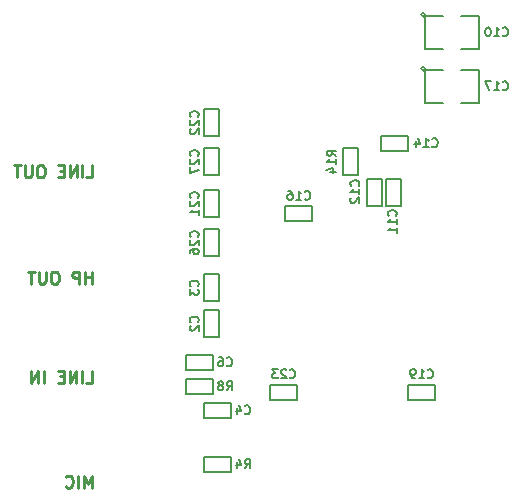
<source format=gbo>
G04 (created by PCBNEW (2013-07-07 BZR 4022)-stable) date 16-12-2015 04:21:19 PM*
%MOIN*%
G04 Gerber Fmt 3.4, Leading zero omitted, Abs format*
%FSLAX34Y34*%
G01*
G70*
G90*
G04 APERTURE LIST*
%ADD10C,0.00590551*%
%ADD11C,0.01*%
%ADD12C,0.005*%
%ADD13C,0.0075*%
G04 APERTURE END LIST*
G54D10*
G54D11*
X37779Y-51836D02*
X37779Y-51436D01*
X37646Y-51722D01*
X37513Y-51436D01*
X37513Y-51836D01*
X37322Y-51836D02*
X37322Y-51436D01*
X36903Y-51798D02*
X36922Y-51817D01*
X36979Y-51836D01*
X37017Y-51836D01*
X37074Y-51817D01*
X37113Y-51779D01*
X37132Y-51741D01*
X37151Y-51665D01*
X37151Y-51608D01*
X37132Y-51532D01*
X37113Y-51494D01*
X37074Y-51455D01*
X37017Y-51436D01*
X36979Y-51436D01*
X36922Y-51455D01*
X36903Y-51475D01*
X37589Y-48336D02*
X37779Y-48336D01*
X37779Y-47936D01*
X37455Y-48336D02*
X37455Y-47936D01*
X37265Y-48336D02*
X37265Y-47936D01*
X37036Y-48336D01*
X37036Y-47936D01*
X36846Y-48127D02*
X36713Y-48127D01*
X36655Y-48336D02*
X36846Y-48336D01*
X36846Y-47936D01*
X36655Y-47936D01*
X36179Y-48336D02*
X36179Y-47936D01*
X35989Y-48336D02*
X35989Y-47936D01*
X35760Y-48336D01*
X35760Y-47936D01*
X37779Y-45036D02*
X37779Y-44636D01*
X37779Y-44827D02*
X37551Y-44827D01*
X37551Y-45036D02*
X37551Y-44636D01*
X37360Y-45036D02*
X37360Y-44636D01*
X37208Y-44636D01*
X37170Y-44655D01*
X37151Y-44675D01*
X37132Y-44713D01*
X37132Y-44770D01*
X37151Y-44808D01*
X37170Y-44827D01*
X37208Y-44846D01*
X37360Y-44846D01*
X36579Y-44636D02*
X36503Y-44636D01*
X36465Y-44655D01*
X36427Y-44694D01*
X36408Y-44770D01*
X36408Y-44903D01*
X36427Y-44979D01*
X36465Y-45017D01*
X36503Y-45036D01*
X36579Y-45036D01*
X36617Y-45017D01*
X36655Y-44979D01*
X36675Y-44903D01*
X36675Y-44770D01*
X36655Y-44694D01*
X36617Y-44655D01*
X36579Y-44636D01*
X36236Y-44636D02*
X36236Y-44960D01*
X36217Y-44998D01*
X36198Y-45017D01*
X36160Y-45036D01*
X36084Y-45036D01*
X36046Y-45017D01*
X36027Y-44998D01*
X36008Y-44960D01*
X36008Y-44636D01*
X35875Y-44636D02*
X35646Y-44636D01*
X35760Y-45036D02*
X35760Y-44636D01*
X37599Y-41496D02*
X37789Y-41496D01*
X37789Y-41096D01*
X37465Y-41496D02*
X37465Y-41096D01*
X37275Y-41496D02*
X37275Y-41096D01*
X37046Y-41496D01*
X37046Y-41096D01*
X36856Y-41287D02*
X36723Y-41287D01*
X36665Y-41496D02*
X36856Y-41496D01*
X36856Y-41096D01*
X36665Y-41096D01*
X36113Y-41096D02*
X36037Y-41096D01*
X35999Y-41115D01*
X35961Y-41154D01*
X35942Y-41230D01*
X35942Y-41363D01*
X35961Y-41439D01*
X35999Y-41477D01*
X36037Y-41496D01*
X36113Y-41496D01*
X36151Y-41477D01*
X36189Y-41439D01*
X36208Y-41363D01*
X36208Y-41230D01*
X36189Y-41154D01*
X36151Y-41115D01*
X36113Y-41096D01*
X35770Y-41096D02*
X35770Y-41420D01*
X35751Y-41458D01*
X35732Y-41477D01*
X35694Y-41496D01*
X35618Y-41496D01*
X35580Y-41477D01*
X35561Y-41458D01*
X35542Y-41420D01*
X35542Y-41096D01*
X35408Y-41096D02*
X35180Y-41096D01*
X35294Y-41496D02*
X35294Y-41096D01*
G54D12*
X41525Y-39225D02*
X41525Y-40125D01*
X41525Y-40125D02*
X42025Y-40125D01*
X42025Y-40125D02*
X42025Y-39225D01*
X42025Y-39225D02*
X41525Y-39225D01*
X45130Y-42435D02*
X44230Y-42435D01*
X44230Y-42435D02*
X44230Y-42935D01*
X44230Y-42935D02*
X45130Y-42935D01*
X45130Y-42935D02*
X45130Y-42435D01*
X42025Y-44125D02*
X42025Y-43225D01*
X42025Y-43225D02*
X41525Y-43225D01*
X41525Y-43225D02*
X41525Y-44125D01*
X41525Y-44125D02*
X42025Y-44125D01*
X41525Y-41925D02*
X41525Y-42825D01*
X41525Y-42825D02*
X42025Y-42825D01*
X42025Y-42825D02*
X42025Y-41925D01*
X42025Y-41925D02*
X41525Y-41925D01*
X42025Y-41425D02*
X42025Y-40525D01*
X42025Y-40525D02*
X41525Y-40525D01*
X41525Y-40525D02*
X41525Y-41425D01*
X41525Y-41425D02*
X42025Y-41425D01*
X44625Y-48425D02*
X43725Y-48425D01*
X43725Y-48425D02*
X43725Y-48925D01*
X43725Y-48925D02*
X44625Y-48925D01*
X44625Y-48925D02*
X44625Y-48425D01*
X42425Y-50825D02*
X41525Y-50825D01*
X41525Y-50825D02*
X41525Y-51325D01*
X41525Y-51325D02*
X42425Y-51325D01*
X42425Y-51325D02*
X42425Y-50825D01*
X41825Y-48225D02*
X40925Y-48225D01*
X40925Y-48225D02*
X40925Y-48725D01*
X40925Y-48725D02*
X41825Y-48725D01*
X41825Y-48725D02*
X41825Y-48225D01*
X41525Y-49525D02*
X42425Y-49525D01*
X42425Y-49525D02*
X42425Y-49025D01*
X42425Y-49025D02*
X41525Y-49025D01*
X41525Y-49025D02*
X41525Y-49525D01*
X41825Y-47425D02*
X40925Y-47425D01*
X40925Y-47425D02*
X40925Y-47925D01*
X40925Y-47925D02*
X41825Y-47925D01*
X41825Y-47925D02*
X41825Y-47425D01*
X41525Y-44725D02*
X41525Y-45625D01*
X41525Y-45625D02*
X42025Y-45625D01*
X42025Y-45625D02*
X42025Y-44725D01*
X42025Y-44725D02*
X41525Y-44725D01*
X42025Y-46825D02*
X42025Y-45925D01*
X42025Y-45925D02*
X41525Y-45925D01*
X41525Y-45925D02*
X41525Y-46825D01*
X41525Y-46825D02*
X42025Y-46825D01*
X46940Y-41541D02*
X46940Y-42441D01*
X46940Y-42441D02*
X47440Y-42441D01*
X47440Y-42441D02*
X47440Y-41541D01*
X47440Y-41541D02*
X46940Y-41541D01*
X47594Y-41542D02*
X47594Y-42442D01*
X47594Y-42442D02*
X48094Y-42442D01*
X48094Y-42442D02*
X48094Y-41542D01*
X48094Y-41542D02*
X47594Y-41542D01*
X46658Y-41425D02*
X46658Y-40525D01*
X46658Y-40525D02*
X46158Y-40525D01*
X46158Y-40525D02*
X46158Y-41425D01*
X46158Y-41425D02*
X46658Y-41425D01*
X47425Y-40625D02*
X48325Y-40625D01*
X48325Y-40625D02*
X48325Y-40125D01*
X48325Y-40125D02*
X47425Y-40125D01*
X47425Y-40125D02*
X47425Y-40625D01*
X48325Y-48925D02*
X49225Y-48925D01*
X49225Y-48925D02*
X49225Y-48425D01*
X49225Y-48425D02*
X48325Y-48425D01*
X48325Y-48425D02*
X48325Y-48925D01*
X48895Y-36075D02*
G75*
G03X48895Y-36075I-70J0D01*
G74*
G01*
X49475Y-37225D02*
X48875Y-37225D01*
X48875Y-37225D02*
X48875Y-36125D01*
X48875Y-36125D02*
X49475Y-36125D01*
X50075Y-36125D02*
X50675Y-36125D01*
X50675Y-36125D02*
X50675Y-37225D01*
X50675Y-37225D02*
X50075Y-37225D01*
X48895Y-37875D02*
G75*
G03X48895Y-37875I-70J0D01*
G74*
G01*
X49475Y-39025D02*
X48875Y-39025D01*
X48875Y-39025D02*
X48875Y-37925D01*
X48875Y-37925D02*
X49475Y-37925D01*
X50075Y-37925D02*
X50675Y-37925D01*
X50675Y-37925D02*
X50675Y-39025D01*
X50675Y-39025D02*
X50075Y-39025D01*
G54D13*
X41317Y-39482D02*
X41332Y-39467D01*
X41346Y-39425D01*
X41346Y-39396D01*
X41332Y-39353D01*
X41303Y-39325D01*
X41275Y-39310D01*
X41217Y-39296D01*
X41175Y-39296D01*
X41117Y-39310D01*
X41089Y-39325D01*
X41060Y-39353D01*
X41046Y-39396D01*
X41046Y-39425D01*
X41060Y-39467D01*
X41075Y-39482D01*
X41075Y-39596D02*
X41060Y-39610D01*
X41046Y-39639D01*
X41046Y-39710D01*
X41060Y-39739D01*
X41075Y-39753D01*
X41103Y-39767D01*
X41132Y-39767D01*
X41175Y-39753D01*
X41346Y-39582D01*
X41346Y-39767D01*
X41075Y-39882D02*
X41060Y-39896D01*
X41046Y-39925D01*
X41046Y-39996D01*
X41060Y-40025D01*
X41075Y-40039D01*
X41103Y-40053D01*
X41132Y-40053D01*
X41175Y-40039D01*
X41346Y-39867D01*
X41346Y-40053D01*
X44867Y-42217D02*
X44882Y-42232D01*
X44925Y-42246D01*
X44953Y-42246D01*
X44996Y-42232D01*
X45025Y-42203D01*
X45039Y-42175D01*
X45053Y-42117D01*
X45053Y-42075D01*
X45039Y-42017D01*
X45025Y-41989D01*
X44996Y-41960D01*
X44953Y-41946D01*
X44925Y-41946D01*
X44882Y-41960D01*
X44867Y-41975D01*
X44582Y-42246D02*
X44753Y-42246D01*
X44667Y-42246D02*
X44667Y-41946D01*
X44696Y-41989D01*
X44725Y-42017D01*
X44753Y-42032D01*
X44325Y-41946D02*
X44382Y-41946D01*
X44410Y-41960D01*
X44425Y-41975D01*
X44453Y-42017D01*
X44467Y-42075D01*
X44467Y-42189D01*
X44453Y-42217D01*
X44439Y-42232D01*
X44410Y-42246D01*
X44353Y-42246D01*
X44325Y-42232D01*
X44310Y-42217D01*
X44296Y-42189D01*
X44296Y-42117D01*
X44310Y-42089D01*
X44325Y-42075D01*
X44353Y-42060D01*
X44410Y-42060D01*
X44439Y-42075D01*
X44453Y-42089D01*
X44467Y-42117D01*
X41317Y-43482D02*
X41332Y-43467D01*
X41346Y-43425D01*
X41346Y-43396D01*
X41332Y-43353D01*
X41303Y-43325D01*
X41275Y-43310D01*
X41217Y-43296D01*
X41175Y-43296D01*
X41117Y-43310D01*
X41089Y-43325D01*
X41060Y-43353D01*
X41046Y-43396D01*
X41046Y-43425D01*
X41060Y-43467D01*
X41075Y-43482D01*
X41075Y-43596D02*
X41060Y-43610D01*
X41046Y-43639D01*
X41046Y-43710D01*
X41060Y-43739D01*
X41075Y-43753D01*
X41103Y-43767D01*
X41132Y-43767D01*
X41175Y-43753D01*
X41346Y-43582D01*
X41346Y-43767D01*
X41046Y-44025D02*
X41046Y-43967D01*
X41060Y-43939D01*
X41075Y-43925D01*
X41117Y-43896D01*
X41175Y-43882D01*
X41289Y-43882D01*
X41317Y-43896D01*
X41332Y-43910D01*
X41346Y-43939D01*
X41346Y-43996D01*
X41332Y-44025D01*
X41317Y-44039D01*
X41289Y-44053D01*
X41217Y-44053D01*
X41189Y-44039D01*
X41175Y-44025D01*
X41160Y-43996D01*
X41160Y-43939D01*
X41175Y-43910D01*
X41189Y-43896D01*
X41217Y-43882D01*
X41317Y-42182D02*
X41332Y-42167D01*
X41346Y-42125D01*
X41346Y-42096D01*
X41332Y-42053D01*
X41303Y-42025D01*
X41275Y-42010D01*
X41217Y-41996D01*
X41175Y-41996D01*
X41117Y-42010D01*
X41089Y-42025D01*
X41060Y-42053D01*
X41046Y-42096D01*
X41046Y-42125D01*
X41060Y-42167D01*
X41075Y-42182D01*
X41075Y-42296D02*
X41060Y-42310D01*
X41046Y-42339D01*
X41046Y-42410D01*
X41060Y-42439D01*
X41075Y-42453D01*
X41103Y-42467D01*
X41132Y-42467D01*
X41175Y-42453D01*
X41346Y-42282D01*
X41346Y-42467D01*
X41346Y-42753D02*
X41346Y-42582D01*
X41346Y-42667D02*
X41046Y-42667D01*
X41089Y-42639D01*
X41117Y-42610D01*
X41132Y-42582D01*
X41317Y-40782D02*
X41332Y-40767D01*
X41346Y-40725D01*
X41346Y-40696D01*
X41332Y-40653D01*
X41303Y-40625D01*
X41275Y-40610D01*
X41217Y-40596D01*
X41175Y-40596D01*
X41117Y-40610D01*
X41089Y-40625D01*
X41060Y-40653D01*
X41046Y-40696D01*
X41046Y-40725D01*
X41060Y-40767D01*
X41075Y-40782D01*
X41075Y-40896D02*
X41060Y-40910D01*
X41046Y-40939D01*
X41046Y-41010D01*
X41060Y-41039D01*
X41075Y-41053D01*
X41103Y-41067D01*
X41132Y-41067D01*
X41175Y-41053D01*
X41346Y-40882D01*
X41346Y-41067D01*
X41046Y-41167D02*
X41046Y-41367D01*
X41346Y-41239D01*
X44367Y-48167D02*
X44382Y-48182D01*
X44425Y-48196D01*
X44453Y-48196D01*
X44496Y-48182D01*
X44525Y-48153D01*
X44539Y-48125D01*
X44553Y-48067D01*
X44553Y-48025D01*
X44539Y-47967D01*
X44525Y-47939D01*
X44496Y-47910D01*
X44453Y-47896D01*
X44425Y-47896D01*
X44382Y-47910D01*
X44367Y-47925D01*
X44253Y-47925D02*
X44239Y-47910D01*
X44210Y-47896D01*
X44139Y-47896D01*
X44110Y-47910D01*
X44096Y-47925D01*
X44082Y-47953D01*
X44082Y-47982D01*
X44096Y-48025D01*
X44267Y-48196D01*
X44082Y-48196D01*
X43982Y-47896D02*
X43796Y-47896D01*
X43896Y-48010D01*
X43853Y-48010D01*
X43825Y-48025D01*
X43810Y-48039D01*
X43796Y-48067D01*
X43796Y-48139D01*
X43810Y-48167D01*
X43825Y-48182D01*
X43853Y-48196D01*
X43939Y-48196D01*
X43967Y-48182D01*
X43982Y-48167D01*
X42875Y-51196D02*
X42975Y-51053D01*
X43046Y-51196D02*
X43046Y-50896D01*
X42932Y-50896D01*
X42903Y-50910D01*
X42889Y-50925D01*
X42875Y-50953D01*
X42875Y-50996D01*
X42889Y-51025D01*
X42903Y-51039D01*
X42932Y-51053D01*
X43046Y-51053D01*
X42617Y-50996D02*
X42617Y-51196D01*
X42689Y-50882D02*
X42760Y-51096D01*
X42575Y-51096D01*
X42275Y-48596D02*
X42375Y-48453D01*
X42446Y-48596D02*
X42446Y-48296D01*
X42332Y-48296D01*
X42303Y-48310D01*
X42289Y-48325D01*
X42275Y-48353D01*
X42275Y-48396D01*
X42289Y-48425D01*
X42303Y-48439D01*
X42332Y-48453D01*
X42446Y-48453D01*
X42103Y-48425D02*
X42132Y-48410D01*
X42146Y-48396D01*
X42160Y-48367D01*
X42160Y-48353D01*
X42146Y-48325D01*
X42132Y-48310D01*
X42103Y-48296D01*
X42046Y-48296D01*
X42017Y-48310D01*
X42003Y-48325D01*
X41989Y-48353D01*
X41989Y-48367D01*
X42003Y-48396D01*
X42017Y-48410D01*
X42046Y-48425D01*
X42103Y-48425D01*
X42132Y-48439D01*
X42146Y-48453D01*
X42160Y-48482D01*
X42160Y-48539D01*
X42146Y-48567D01*
X42132Y-48582D01*
X42103Y-48596D01*
X42046Y-48596D01*
X42017Y-48582D01*
X42003Y-48567D01*
X41989Y-48539D01*
X41989Y-48482D01*
X42003Y-48453D01*
X42017Y-48439D01*
X42046Y-48425D01*
X42875Y-49367D02*
X42889Y-49382D01*
X42932Y-49396D01*
X42960Y-49396D01*
X43003Y-49382D01*
X43032Y-49353D01*
X43046Y-49325D01*
X43060Y-49267D01*
X43060Y-49225D01*
X43046Y-49167D01*
X43032Y-49139D01*
X43003Y-49110D01*
X42960Y-49096D01*
X42932Y-49096D01*
X42889Y-49110D01*
X42875Y-49125D01*
X42617Y-49196D02*
X42617Y-49396D01*
X42689Y-49082D02*
X42760Y-49296D01*
X42575Y-49296D01*
X42275Y-47767D02*
X42289Y-47782D01*
X42332Y-47796D01*
X42360Y-47796D01*
X42403Y-47782D01*
X42432Y-47753D01*
X42446Y-47725D01*
X42460Y-47667D01*
X42460Y-47625D01*
X42446Y-47567D01*
X42432Y-47539D01*
X42403Y-47510D01*
X42360Y-47496D01*
X42332Y-47496D01*
X42289Y-47510D01*
X42275Y-47525D01*
X42017Y-47496D02*
X42075Y-47496D01*
X42103Y-47510D01*
X42117Y-47525D01*
X42146Y-47567D01*
X42160Y-47625D01*
X42160Y-47739D01*
X42146Y-47767D01*
X42132Y-47782D01*
X42103Y-47796D01*
X42046Y-47796D01*
X42017Y-47782D01*
X42003Y-47767D01*
X41989Y-47739D01*
X41989Y-47667D01*
X42003Y-47639D01*
X42017Y-47625D01*
X42046Y-47610D01*
X42103Y-47610D01*
X42132Y-47625D01*
X42146Y-47639D01*
X42160Y-47667D01*
X41317Y-45125D02*
X41332Y-45110D01*
X41346Y-45067D01*
X41346Y-45039D01*
X41332Y-44996D01*
X41303Y-44967D01*
X41275Y-44953D01*
X41217Y-44939D01*
X41175Y-44939D01*
X41117Y-44953D01*
X41089Y-44967D01*
X41060Y-44996D01*
X41046Y-45039D01*
X41046Y-45067D01*
X41060Y-45110D01*
X41075Y-45125D01*
X41046Y-45225D02*
X41046Y-45410D01*
X41160Y-45310D01*
X41160Y-45353D01*
X41175Y-45382D01*
X41189Y-45396D01*
X41217Y-45410D01*
X41289Y-45410D01*
X41317Y-45396D01*
X41332Y-45382D01*
X41346Y-45353D01*
X41346Y-45267D01*
X41332Y-45239D01*
X41317Y-45225D01*
X41317Y-46325D02*
X41332Y-46310D01*
X41346Y-46267D01*
X41346Y-46239D01*
X41332Y-46196D01*
X41303Y-46167D01*
X41275Y-46153D01*
X41217Y-46139D01*
X41175Y-46139D01*
X41117Y-46153D01*
X41089Y-46167D01*
X41060Y-46196D01*
X41046Y-46239D01*
X41046Y-46267D01*
X41060Y-46310D01*
X41075Y-46325D01*
X41075Y-46439D02*
X41060Y-46453D01*
X41046Y-46482D01*
X41046Y-46553D01*
X41060Y-46582D01*
X41075Y-46596D01*
X41103Y-46610D01*
X41132Y-46610D01*
X41175Y-46596D01*
X41346Y-46425D01*
X41346Y-46610D01*
X46667Y-41782D02*
X46682Y-41767D01*
X46696Y-41725D01*
X46696Y-41696D01*
X46682Y-41653D01*
X46653Y-41625D01*
X46625Y-41610D01*
X46567Y-41596D01*
X46525Y-41596D01*
X46467Y-41610D01*
X46439Y-41625D01*
X46410Y-41653D01*
X46396Y-41696D01*
X46396Y-41725D01*
X46410Y-41767D01*
X46425Y-41782D01*
X46696Y-42067D02*
X46696Y-41896D01*
X46696Y-41982D02*
X46396Y-41982D01*
X46439Y-41953D01*
X46467Y-41925D01*
X46482Y-41896D01*
X46425Y-42182D02*
X46410Y-42196D01*
X46396Y-42225D01*
X46396Y-42296D01*
X46410Y-42325D01*
X46425Y-42339D01*
X46453Y-42353D01*
X46482Y-42353D01*
X46525Y-42339D01*
X46696Y-42167D01*
X46696Y-42353D01*
X47917Y-42782D02*
X47932Y-42767D01*
X47946Y-42725D01*
X47946Y-42696D01*
X47932Y-42653D01*
X47903Y-42625D01*
X47875Y-42610D01*
X47817Y-42596D01*
X47775Y-42596D01*
X47717Y-42610D01*
X47689Y-42625D01*
X47660Y-42653D01*
X47646Y-42696D01*
X47646Y-42725D01*
X47660Y-42767D01*
X47675Y-42782D01*
X47946Y-43067D02*
X47946Y-42896D01*
X47946Y-42982D02*
X47646Y-42982D01*
X47689Y-42953D01*
X47717Y-42925D01*
X47732Y-42896D01*
X47946Y-43353D02*
X47946Y-43182D01*
X47946Y-43267D02*
X47646Y-43267D01*
X47689Y-43239D01*
X47717Y-43210D01*
X47732Y-43182D01*
X45911Y-40773D02*
X45768Y-40673D01*
X45911Y-40601D02*
X45611Y-40601D01*
X45611Y-40716D01*
X45625Y-40744D01*
X45640Y-40758D01*
X45668Y-40773D01*
X45711Y-40773D01*
X45740Y-40758D01*
X45754Y-40744D01*
X45768Y-40716D01*
X45768Y-40601D01*
X45911Y-41058D02*
X45911Y-40887D01*
X45911Y-40973D02*
X45611Y-40973D01*
X45654Y-40944D01*
X45682Y-40916D01*
X45697Y-40887D01*
X45711Y-41316D02*
X45911Y-41316D01*
X45597Y-41244D02*
X45811Y-41173D01*
X45811Y-41358D01*
X49117Y-40467D02*
X49132Y-40482D01*
X49175Y-40496D01*
X49203Y-40496D01*
X49246Y-40482D01*
X49275Y-40453D01*
X49289Y-40425D01*
X49303Y-40367D01*
X49303Y-40325D01*
X49289Y-40267D01*
X49275Y-40239D01*
X49246Y-40210D01*
X49203Y-40196D01*
X49175Y-40196D01*
X49132Y-40210D01*
X49117Y-40225D01*
X48832Y-40496D02*
X49003Y-40496D01*
X48917Y-40496D02*
X48917Y-40196D01*
X48946Y-40239D01*
X48975Y-40267D01*
X49003Y-40282D01*
X48575Y-40296D02*
X48575Y-40496D01*
X48646Y-40182D02*
X48717Y-40396D01*
X48532Y-40396D01*
X48967Y-48167D02*
X48982Y-48182D01*
X49025Y-48196D01*
X49053Y-48196D01*
X49096Y-48182D01*
X49125Y-48153D01*
X49139Y-48125D01*
X49153Y-48067D01*
X49153Y-48025D01*
X49139Y-47967D01*
X49125Y-47939D01*
X49096Y-47910D01*
X49053Y-47896D01*
X49025Y-47896D01*
X48982Y-47910D01*
X48967Y-47925D01*
X48682Y-48196D02*
X48853Y-48196D01*
X48767Y-48196D02*
X48767Y-47896D01*
X48796Y-47939D01*
X48825Y-47967D01*
X48853Y-47982D01*
X48539Y-48196D02*
X48482Y-48196D01*
X48453Y-48182D01*
X48439Y-48167D01*
X48410Y-48125D01*
X48396Y-48067D01*
X48396Y-47953D01*
X48410Y-47925D01*
X48425Y-47910D01*
X48453Y-47896D01*
X48510Y-47896D01*
X48539Y-47910D01*
X48553Y-47925D01*
X48567Y-47953D01*
X48567Y-48025D01*
X48553Y-48053D01*
X48539Y-48067D01*
X48510Y-48082D01*
X48453Y-48082D01*
X48425Y-48067D01*
X48410Y-48053D01*
X48396Y-48025D01*
X51467Y-36767D02*
X51482Y-36782D01*
X51525Y-36796D01*
X51553Y-36796D01*
X51596Y-36782D01*
X51625Y-36753D01*
X51639Y-36725D01*
X51653Y-36667D01*
X51653Y-36625D01*
X51639Y-36567D01*
X51625Y-36539D01*
X51596Y-36510D01*
X51553Y-36496D01*
X51525Y-36496D01*
X51482Y-36510D01*
X51467Y-36525D01*
X51182Y-36796D02*
X51353Y-36796D01*
X51267Y-36796D02*
X51267Y-36496D01*
X51296Y-36539D01*
X51325Y-36567D01*
X51353Y-36582D01*
X50996Y-36496D02*
X50967Y-36496D01*
X50939Y-36510D01*
X50925Y-36525D01*
X50910Y-36553D01*
X50896Y-36610D01*
X50896Y-36682D01*
X50910Y-36739D01*
X50925Y-36767D01*
X50939Y-36782D01*
X50967Y-36796D01*
X50996Y-36796D01*
X51025Y-36782D01*
X51039Y-36767D01*
X51053Y-36739D01*
X51067Y-36682D01*
X51067Y-36610D01*
X51053Y-36553D01*
X51039Y-36525D01*
X51025Y-36510D01*
X50996Y-36496D01*
X51467Y-38567D02*
X51482Y-38582D01*
X51525Y-38596D01*
X51553Y-38596D01*
X51596Y-38582D01*
X51625Y-38553D01*
X51639Y-38525D01*
X51653Y-38467D01*
X51653Y-38425D01*
X51639Y-38367D01*
X51625Y-38339D01*
X51596Y-38310D01*
X51553Y-38296D01*
X51525Y-38296D01*
X51482Y-38310D01*
X51467Y-38325D01*
X51182Y-38596D02*
X51353Y-38596D01*
X51267Y-38596D02*
X51267Y-38296D01*
X51296Y-38339D01*
X51325Y-38367D01*
X51353Y-38382D01*
X51082Y-38296D02*
X50882Y-38296D01*
X51010Y-38596D01*
M02*

</source>
